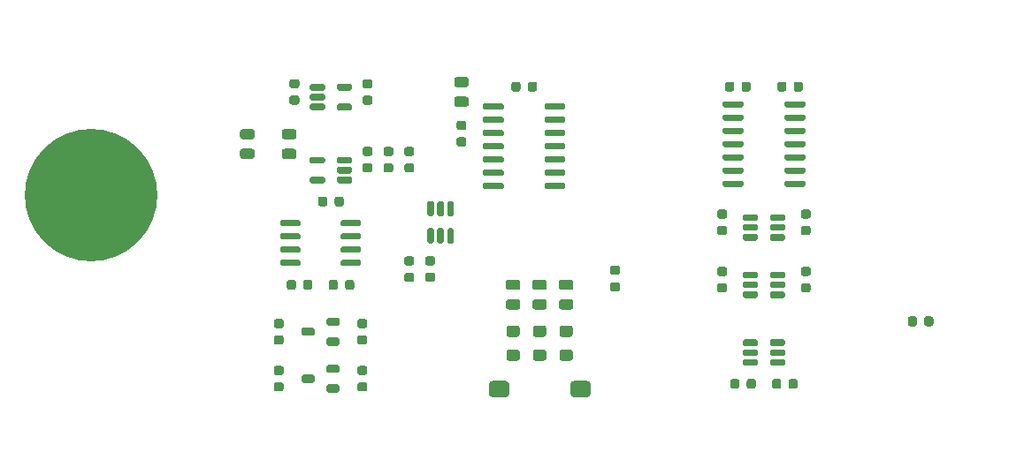
<source format=gbr>
%TF.GenerationSoftware,KiCad,Pcbnew,5.1.6*%
%TF.CreationDate,2020-06-12T20:58:39-07:00*%
%TF.ProjectId,pcb-lab-1,7063622d-6c61-4622-9d31-2e6b69636164,rev?*%
%TF.SameCoordinates,Original*%
%TF.FileFunction,Paste,Top*%
%TF.FilePolarity,Positive*%
%FSLAX46Y46*%
G04 Gerber Fmt 4.6, Leading zero omitted, Abs format (unit mm)*
G04 Created by KiCad (PCBNEW 5.1.6) date 2020-06-12 20:58:39*
%MOMM*%
%LPD*%
G01*
G04 APERTURE LIST*
%ADD10C,12.700000*%
G04 APERTURE END LIST*
D10*
%TO.C,BT1*%
X112500000Y-84914000D03*
%TD*%
%TO.C,C1*%
G36*
G01*
X127043750Y-78575000D02*
X127956250Y-78575000D01*
G75*
G02*
X128200000Y-78818750I0J-243750D01*
G01*
X128200000Y-79306250D01*
G75*
G02*
X127956250Y-79550000I-243750J0D01*
G01*
X127043750Y-79550000D01*
G75*
G02*
X126800000Y-79306250I0J243750D01*
G01*
X126800000Y-78818750D01*
G75*
G02*
X127043750Y-78575000I243750J0D01*
G01*
G37*
G36*
G01*
X127043750Y-80450000D02*
X127956250Y-80450000D01*
G75*
G02*
X128200000Y-80693750I0J-243750D01*
G01*
X128200000Y-81181250D01*
G75*
G02*
X127956250Y-81425000I-243750J0D01*
G01*
X127043750Y-81425000D01*
G75*
G02*
X126800000Y-81181250I0J243750D01*
G01*
X126800000Y-80693750D01*
G75*
G02*
X127043750Y-80450000I243750J0D01*
G01*
G37*
%TD*%
%TO.C,C2*%
G36*
G01*
X131743750Y-73775000D02*
X132256250Y-73775000D01*
G75*
G02*
X132475000Y-73993750I0J-218750D01*
G01*
X132475000Y-74431250D01*
G75*
G02*
X132256250Y-74650000I-218750J0D01*
G01*
X131743750Y-74650000D01*
G75*
G02*
X131525000Y-74431250I0J218750D01*
G01*
X131525000Y-73993750D01*
G75*
G02*
X131743750Y-73775000I218750J0D01*
G01*
G37*
G36*
G01*
X131743750Y-75350000D02*
X132256250Y-75350000D01*
G75*
G02*
X132475000Y-75568750I0J-218750D01*
G01*
X132475000Y-76006250D01*
G75*
G02*
X132256250Y-76225000I-218750J0D01*
G01*
X131743750Y-76225000D01*
G75*
G02*
X131525000Y-76006250I0J218750D01*
G01*
X131525000Y-75568750D01*
G75*
G02*
X131743750Y-75350000I218750J0D01*
G01*
G37*
%TD*%
%TO.C,C3*%
G36*
G01*
X138743750Y-75350000D02*
X139256250Y-75350000D01*
G75*
G02*
X139475000Y-75568750I0J-218750D01*
G01*
X139475000Y-76006250D01*
G75*
G02*
X139256250Y-76225000I-218750J0D01*
G01*
X138743750Y-76225000D01*
G75*
G02*
X138525000Y-76006250I0J218750D01*
G01*
X138525000Y-75568750D01*
G75*
G02*
X138743750Y-75350000I218750J0D01*
G01*
G37*
G36*
G01*
X138743750Y-73775000D02*
X139256250Y-73775000D01*
G75*
G02*
X139475000Y-73993750I0J-218750D01*
G01*
X139475000Y-74431250D01*
G75*
G02*
X139256250Y-74650000I-218750J0D01*
G01*
X138743750Y-74650000D01*
G75*
G02*
X138525000Y-74431250I0J218750D01*
G01*
X138525000Y-73993750D01*
G75*
G02*
X138743750Y-73775000I218750J0D01*
G01*
G37*
%TD*%
%TO.C,C4*%
G36*
G01*
X152775000Y-74756250D02*
X152775000Y-74243750D01*
G75*
G02*
X152993750Y-74025000I218750J0D01*
G01*
X153431250Y-74025000D01*
G75*
G02*
X153650000Y-74243750I0J-218750D01*
G01*
X153650000Y-74756250D01*
G75*
G02*
X153431250Y-74975000I-218750J0D01*
G01*
X152993750Y-74975000D01*
G75*
G02*
X152775000Y-74756250I0J218750D01*
G01*
G37*
G36*
G01*
X154350000Y-74756250D02*
X154350000Y-74243750D01*
G75*
G02*
X154568750Y-74025000I218750J0D01*
G01*
X155006250Y-74025000D01*
G75*
G02*
X155225000Y-74243750I0J-218750D01*
G01*
X155225000Y-74756250D01*
G75*
G02*
X155006250Y-74975000I-218750J0D01*
G01*
X154568750Y-74975000D01*
G75*
G02*
X154350000Y-74756250I0J218750D01*
G01*
G37*
%TD*%
%TO.C,C5*%
G36*
G01*
X131956250Y-79550000D02*
X131043750Y-79550000D01*
G75*
G02*
X130800000Y-79306250I0J243750D01*
G01*
X130800000Y-78818750D01*
G75*
G02*
X131043750Y-78575000I243750J0D01*
G01*
X131956250Y-78575000D01*
G75*
G02*
X132200000Y-78818750I0J-243750D01*
G01*
X132200000Y-79306250D01*
G75*
G02*
X131956250Y-79550000I-243750J0D01*
G01*
G37*
G36*
G01*
X131956250Y-81425000D02*
X131043750Y-81425000D01*
G75*
G02*
X130800000Y-81181250I0J243750D01*
G01*
X130800000Y-80693750D01*
G75*
G02*
X131043750Y-80450000I243750J0D01*
G01*
X131956250Y-80450000D01*
G75*
G02*
X132200000Y-80693750I0J-243750D01*
G01*
X132200000Y-81181250D01*
G75*
G02*
X131956250Y-81425000I-243750J0D01*
G01*
G37*
%TD*%
%TO.C,C6*%
G36*
G01*
X138743750Y-80275000D02*
X139256250Y-80275000D01*
G75*
G02*
X139475000Y-80493750I0J-218750D01*
G01*
X139475000Y-80931250D01*
G75*
G02*
X139256250Y-81150000I-218750J0D01*
G01*
X138743750Y-81150000D01*
G75*
G02*
X138525000Y-80931250I0J218750D01*
G01*
X138525000Y-80493750D01*
G75*
G02*
X138743750Y-80275000I218750J0D01*
G01*
G37*
G36*
G01*
X138743750Y-81850000D02*
X139256250Y-81850000D01*
G75*
G02*
X139475000Y-82068750I0J-218750D01*
G01*
X139475000Y-82506250D01*
G75*
G02*
X139256250Y-82725000I-218750J0D01*
G01*
X138743750Y-82725000D01*
G75*
G02*
X138525000Y-82506250I0J218750D01*
G01*
X138525000Y-82068750D01*
G75*
G02*
X138743750Y-81850000I218750J0D01*
G01*
G37*
%TD*%
%TO.C,C7*%
G36*
G01*
X147743750Y-79350000D02*
X148256250Y-79350000D01*
G75*
G02*
X148475000Y-79568750I0J-218750D01*
G01*
X148475000Y-80006250D01*
G75*
G02*
X148256250Y-80225000I-218750J0D01*
G01*
X147743750Y-80225000D01*
G75*
G02*
X147525000Y-80006250I0J218750D01*
G01*
X147525000Y-79568750D01*
G75*
G02*
X147743750Y-79350000I218750J0D01*
G01*
G37*
G36*
G01*
X147743750Y-77775000D02*
X148256250Y-77775000D01*
G75*
G02*
X148475000Y-77993750I0J-218750D01*
G01*
X148475000Y-78431250D01*
G75*
G02*
X148256250Y-78650000I-218750J0D01*
G01*
X147743750Y-78650000D01*
G75*
G02*
X147525000Y-78431250I0J218750D01*
G01*
X147525000Y-77993750D01*
G75*
G02*
X147743750Y-77775000I218750J0D01*
G01*
G37*
%TD*%
%TO.C,C10*%
G36*
G01*
X173235000Y-74756250D02*
X173235000Y-74243750D01*
G75*
G02*
X173453750Y-74025000I218750J0D01*
G01*
X173891250Y-74025000D01*
G75*
G02*
X174110000Y-74243750I0J-218750D01*
G01*
X174110000Y-74756250D01*
G75*
G02*
X173891250Y-74975000I-218750J0D01*
G01*
X173453750Y-74975000D01*
G75*
G02*
X173235000Y-74756250I0J218750D01*
G01*
G37*
G36*
G01*
X174810000Y-74756250D02*
X174810000Y-74243750D01*
G75*
G02*
X175028750Y-74025000I218750J0D01*
G01*
X175466250Y-74025000D01*
G75*
G02*
X175685000Y-74243750I0J-218750D01*
G01*
X175685000Y-74756250D01*
G75*
G02*
X175466250Y-74975000I-218750J0D01*
G01*
X175028750Y-74975000D01*
G75*
G02*
X174810000Y-74756250I0J218750D01*
G01*
G37*
%TD*%
%TO.C,C11*%
G36*
G01*
X179110000Y-74243750D02*
X179110000Y-74756250D01*
G75*
G02*
X178891250Y-74975000I-218750J0D01*
G01*
X178453750Y-74975000D01*
G75*
G02*
X178235000Y-74756250I0J218750D01*
G01*
X178235000Y-74243750D01*
G75*
G02*
X178453750Y-74025000I218750J0D01*
G01*
X178891250Y-74025000D01*
G75*
G02*
X179110000Y-74243750I0J-218750D01*
G01*
G37*
G36*
G01*
X180685000Y-74243750D02*
X180685000Y-74756250D01*
G75*
G02*
X180466250Y-74975000I-218750J0D01*
G01*
X180028750Y-74975000D01*
G75*
G02*
X179810000Y-74756250I0J218750D01*
G01*
X179810000Y-74243750D01*
G75*
G02*
X180028750Y-74025000I218750J0D01*
G01*
X180466250Y-74025000D01*
G75*
G02*
X180685000Y-74243750I0J-218750D01*
G01*
G37*
%TD*%
%TO.C,C12*%
G36*
G01*
X172703750Y-87850000D02*
X173216250Y-87850000D01*
G75*
G02*
X173435000Y-88068750I0J-218750D01*
G01*
X173435000Y-88506250D01*
G75*
G02*
X173216250Y-88725000I-218750J0D01*
G01*
X172703750Y-88725000D01*
G75*
G02*
X172485000Y-88506250I0J218750D01*
G01*
X172485000Y-88068750D01*
G75*
G02*
X172703750Y-87850000I218750J0D01*
G01*
G37*
G36*
G01*
X172703750Y-86275000D02*
X173216250Y-86275000D01*
G75*
G02*
X173435000Y-86493750I0J-218750D01*
G01*
X173435000Y-86931250D01*
G75*
G02*
X173216250Y-87150000I-218750J0D01*
G01*
X172703750Y-87150000D01*
G75*
G02*
X172485000Y-86931250I0J218750D01*
G01*
X172485000Y-86493750D01*
G75*
G02*
X172703750Y-86275000I218750J0D01*
G01*
G37*
%TD*%
%TO.C,C13*%
G36*
G01*
X172703750Y-93350000D02*
X173216250Y-93350000D01*
G75*
G02*
X173435000Y-93568750I0J-218750D01*
G01*
X173435000Y-94006250D01*
G75*
G02*
X173216250Y-94225000I-218750J0D01*
G01*
X172703750Y-94225000D01*
G75*
G02*
X172485000Y-94006250I0J218750D01*
G01*
X172485000Y-93568750D01*
G75*
G02*
X172703750Y-93350000I218750J0D01*
G01*
G37*
G36*
G01*
X172703750Y-91775000D02*
X173216250Y-91775000D01*
G75*
G02*
X173435000Y-91993750I0J-218750D01*
G01*
X173435000Y-92431250D01*
G75*
G02*
X173216250Y-92650000I-218750J0D01*
G01*
X172703750Y-92650000D01*
G75*
G02*
X172485000Y-92431250I0J218750D01*
G01*
X172485000Y-91993750D01*
G75*
G02*
X172703750Y-91775000I218750J0D01*
G01*
G37*
%TD*%
%TO.C,C14*%
G36*
G01*
X180703750Y-86275000D02*
X181216250Y-86275000D01*
G75*
G02*
X181435000Y-86493750I0J-218750D01*
G01*
X181435000Y-86931250D01*
G75*
G02*
X181216250Y-87150000I-218750J0D01*
G01*
X180703750Y-87150000D01*
G75*
G02*
X180485000Y-86931250I0J218750D01*
G01*
X180485000Y-86493750D01*
G75*
G02*
X180703750Y-86275000I218750J0D01*
G01*
G37*
G36*
G01*
X180703750Y-87850000D02*
X181216250Y-87850000D01*
G75*
G02*
X181435000Y-88068750I0J-218750D01*
G01*
X181435000Y-88506250D01*
G75*
G02*
X181216250Y-88725000I-218750J0D01*
G01*
X180703750Y-88725000D01*
G75*
G02*
X180485000Y-88506250I0J218750D01*
G01*
X180485000Y-88068750D01*
G75*
G02*
X180703750Y-87850000I218750J0D01*
G01*
G37*
%TD*%
%TO.C,C15*%
G36*
G01*
X180703750Y-91775000D02*
X181216250Y-91775000D01*
G75*
G02*
X181435000Y-91993750I0J-218750D01*
G01*
X181435000Y-92431250D01*
G75*
G02*
X181216250Y-92650000I-218750J0D01*
G01*
X180703750Y-92650000D01*
G75*
G02*
X180485000Y-92431250I0J218750D01*
G01*
X180485000Y-91993750D01*
G75*
G02*
X180703750Y-91775000I218750J0D01*
G01*
G37*
G36*
G01*
X180703750Y-93350000D02*
X181216250Y-93350000D01*
G75*
G02*
X181435000Y-93568750I0J-218750D01*
G01*
X181435000Y-94006250D01*
G75*
G02*
X181216250Y-94225000I-218750J0D01*
G01*
X180703750Y-94225000D01*
G75*
G02*
X180485000Y-94006250I0J218750D01*
G01*
X180485000Y-93568750D01*
G75*
G02*
X180703750Y-93350000I218750J0D01*
G01*
G37*
%TD*%
%TO.C,C20*%
G36*
G01*
X176185000Y-102743750D02*
X176185000Y-103256250D01*
G75*
G02*
X175966250Y-103475000I-218750J0D01*
G01*
X175528750Y-103475000D01*
G75*
G02*
X175310000Y-103256250I0J218750D01*
G01*
X175310000Y-102743750D01*
G75*
G02*
X175528750Y-102525000I218750J0D01*
G01*
X175966250Y-102525000D01*
G75*
G02*
X176185000Y-102743750I0J-218750D01*
G01*
G37*
G36*
G01*
X174610000Y-102743750D02*
X174610000Y-103256250D01*
G75*
G02*
X174391250Y-103475000I-218750J0D01*
G01*
X173953750Y-103475000D01*
G75*
G02*
X173735000Y-103256250I0J218750D01*
G01*
X173735000Y-102743750D01*
G75*
G02*
X173953750Y-102525000I218750J0D01*
G01*
X174391250Y-102525000D01*
G75*
G02*
X174610000Y-102743750I0J-218750D01*
G01*
G37*
%TD*%
%TO.C,C21*%
G36*
G01*
X179310000Y-103256250D02*
X179310000Y-102743750D01*
G75*
G02*
X179528750Y-102525000I218750J0D01*
G01*
X179966250Y-102525000D01*
G75*
G02*
X180185000Y-102743750I0J-218750D01*
G01*
X180185000Y-103256250D01*
G75*
G02*
X179966250Y-103475000I-218750J0D01*
G01*
X179528750Y-103475000D01*
G75*
G02*
X179310000Y-103256250I0J218750D01*
G01*
G37*
G36*
G01*
X177735000Y-103256250D02*
X177735000Y-102743750D01*
G75*
G02*
X177953750Y-102525000I218750J0D01*
G01*
X178391250Y-102525000D01*
G75*
G02*
X178610000Y-102743750I0J-218750D01*
G01*
X178610000Y-103256250D01*
G75*
G02*
X178391250Y-103475000I-218750J0D01*
G01*
X177953750Y-103475000D01*
G75*
G02*
X177735000Y-103256250I0J218750D01*
G01*
G37*
%TD*%
%TO.C,C30*%
G36*
G01*
X136150000Y-93243750D02*
X136150000Y-93756250D01*
G75*
G02*
X135931250Y-93975000I-218750J0D01*
G01*
X135493750Y-93975000D01*
G75*
G02*
X135275000Y-93756250I0J218750D01*
G01*
X135275000Y-93243750D01*
G75*
G02*
X135493750Y-93025000I218750J0D01*
G01*
X135931250Y-93025000D01*
G75*
G02*
X136150000Y-93243750I0J-218750D01*
G01*
G37*
G36*
G01*
X137725000Y-93243750D02*
X137725000Y-93756250D01*
G75*
G02*
X137506250Y-93975000I-218750J0D01*
G01*
X137068750Y-93975000D01*
G75*
G02*
X136850000Y-93756250I0J218750D01*
G01*
X136850000Y-93243750D01*
G75*
G02*
X137068750Y-93025000I218750J0D01*
G01*
X137506250Y-93025000D01*
G75*
G02*
X137725000Y-93243750I0J-218750D01*
G01*
G37*
%TD*%
%TO.C,C31*%
G36*
G01*
X131275000Y-93756250D02*
X131275000Y-93243750D01*
G75*
G02*
X131493750Y-93025000I218750J0D01*
G01*
X131931250Y-93025000D01*
G75*
G02*
X132150000Y-93243750I0J-218750D01*
G01*
X132150000Y-93756250D01*
G75*
G02*
X131931250Y-93975000I-218750J0D01*
G01*
X131493750Y-93975000D01*
G75*
G02*
X131275000Y-93756250I0J218750D01*
G01*
G37*
G36*
G01*
X132850000Y-93756250D02*
X132850000Y-93243750D01*
G75*
G02*
X133068750Y-93025000I218750J0D01*
G01*
X133506250Y-93025000D01*
G75*
G02*
X133725000Y-93243750I0J-218750D01*
G01*
X133725000Y-93756250D01*
G75*
G02*
X133506250Y-93975000I-218750J0D01*
G01*
X133068750Y-93975000D01*
G75*
G02*
X132850000Y-93756250I0J218750D01*
G01*
G37*
%TD*%
%TO.C,D1*%
G36*
G01*
X158476250Y-95865000D02*
X157563750Y-95865000D01*
G75*
G02*
X157320000Y-95621250I0J243750D01*
G01*
X157320000Y-95133750D01*
G75*
G02*
X157563750Y-94890000I243750J0D01*
G01*
X158476250Y-94890000D01*
G75*
G02*
X158720000Y-95133750I0J-243750D01*
G01*
X158720000Y-95621250D01*
G75*
G02*
X158476250Y-95865000I-243750J0D01*
G01*
G37*
G36*
G01*
X158476250Y-93990000D02*
X157563750Y-93990000D01*
G75*
G02*
X157320000Y-93746250I0J243750D01*
G01*
X157320000Y-93258750D01*
G75*
G02*
X157563750Y-93015000I243750J0D01*
G01*
X158476250Y-93015000D01*
G75*
G02*
X158720000Y-93258750I0J-243750D01*
G01*
X158720000Y-93746250D01*
G75*
G02*
X158476250Y-93990000I-243750J0D01*
G01*
G37*
%TD*%
%TO.C,D2*%
G36*
G01*
X155936250Y-95865000D02*
X155023750Y-95865000D01*
G75*
G02*
X154780000Y-95621250I0J243750D01*
G01*
X154780000Y-95133750D01*
G75*
G02*
X155023750Y-94890000I243750J0D01*
G01*
X155936250Y-94890000D01*
G75*
G02*
X156180000Y-95133750I0J-243750D01*
G01*
X156180000Y-95621250D01*
G75*
G02*
X155936250Y-95865000I-243750J0D01*
G01*
G37*
G36*
G01*
X155936250Y-93990000D02*
X155023750Y-93990000D01*
G75*
G02*
X154780000Y-93746250I0J243750D01*
G01*
X154780000Y-93258750D01*
G75*
G02*
X155023750Y-93015000I243750J0D01*
G01*
X155936250Y-93015000D01*
G75*
G02*
X156180000Y-93258750I0J-243750D01*
G01*
X156180000Y-93746250D01*
G75*
G02*
X155936250Y-93990000I-243750J0D01*
G01*
G37*
%TD*%
%TO.C,D3*%
G36*
G01*
X153396250Y-93990000D02*
X152483750Y-93990000D01*
G75*
G02*
X152240000Y-93746250I0J243750D01*
G01*
X152240000Y-93258750D01*
G75*
G02*
X152483750Y-93015000I243750J0D01*
G01*
X153396250Y-93015000D01*
G75*
G02*
X153640000Y-93258750I0J-243750D01*
G01*
X153640000Y-93746250D01*
G75*
G02*
X153396250Y-93990000I-243750J0D01*
G01*
G37*
G36*
G01*
X153396250Y-95865000D02*
X152483750Y-95865000D01*
G75*
G02*
X152240000Y-95621250I0J243750D01*
G01*
X152240000Y-95133750D01*
G75*
G02*
X152483750Y-94890000I243750J0D01*
G01*
X153396250Y-94890000D01*
G75*
G02*
X153640000Y-95133750I0J-243750D01*
G01*
X153640000Y-95621250D01*
G75*
G02*
X153396250Y-95865000I-243750J0D01*
G01*
G37*
%TD*%
%TO.C,Q30*%
G36*
G01*
X133950000Y-97800000D02*
X133950000Y-98200000D01*
G75*
G02*
X133750000Y-98400000I-200000J0D01*
G01*
X132850000Y-98400000D01*
G75*
G02*
X132650000Y-98200000I0J200000D01*
G01*
X132650000Y-97800000D01*
G75*
G02*
X132850000Y-97600000I200000J0D01*
G01*
X133750000Y-97600000D01*
G75*
G02*
X133950000Y-97800000I0J-200000D01*
G01*
G37*
G36*
G01*
X136350000Y-96850000D02*
X136350000Y-97250000D01*
G75*
G02*
X136150000Y-97450000I-200000J0D01*
G01*
X135250000Y-97450000D01*
G75*
G02*
X135050000Y-97250000I0J200000D01*
G01*
X135050000Y-96850000D01*
G75*
G02*
X135250000Y-96650000I200000J0D01*
G01*
X136150000Y-96650000D01*
G75*
G02*
X136350000Y-96850000I0J-200000D01*
G01*
G37*
G36*
G01*
X136350000Y-98750000D02*
X136350000Y-99150000D01*
G75*
G02*
X136150000Y-99350000I-200000J0D01*
G01*
X135250000Y-99350000D01*
G75*
G02*
X135050000Y-99150000I0J200000D01*
G01*
X135050000Y-98750000D01*
G75*
G02*
X135250000Y-98550000I200000J0D01*
G01*
X136150000Y-98550000D01*
G75*
G02*
X136350000Y-98750000I0J-200000D01*
G01*
G37*
%TD*%
%TO.C,Q31*%
G36*
G01*
X136350000Y-103250000D02*
X136350000Y-103650000D01*
G75*
G02*
X136150000Y-103850000I-200000J0D01*
G01*
X135250000Y-103850000D01*
G75*
G02*
X135050000Y-103650000I0J200000D01*
G01*
X135050000Y-103250000D01*
G75*
G02*
X135250000Y-103050000I200000J0D01*
G01*
X136150000Y-103050000D01*
G75*
G02*
X136350000Y-103250000I0J-200000D01*
G01*
G37*
G36*
G01*
X136350000Y-101350000D02*
X136350000Y-101750000D01*
G75*
G02*
X136150000Y-101950000I-200000J0D01*
G01*
X135250000Y-101950000D01*
G75*
G02*
X135050000Y-101750000I0J200000D01*
G01*
X135050000Y-101350000D01*
G75*
G02*
X135250000Y-101150000I200000J0D01*
G01*
X136150000Y-101150000D01*
G75*
G02*
X136350000Y-101350000I0J-200000D01*
G01*
G37*
G36*
G01*
X133950000Y-102300000D02*
X133950000Y-102700000D01*
G75*
G02*
X133750000Y-102900000I-200000J0D01*
G01*
X132850000Y-102900000D01*
G75*
G02*
X132650000Y-102700000I0J200000D01*
G01*
X132650000Y-102300000D01*
G75*
G02*
X132850000Y-102100000I200000J0D01*
G01*
X133750000Y-102100000D01*
G75*
G02*
X133950000Y-102300000I0J-200000D01*
G01*
G37*
%TD*%
%TO.C,R1*%
G36*
G01*
X158395000Y-98500000D02*
X157645000Y-98500000D01*
G75*
G02*
X157370000Y-98225000I0J275000D01*
G01*
X157370000Y-97675000D01*
G75*
G02*
X157645000Y-97400000I275000J0D01*
G01*
X158395000Y-97400000D01*
G75*
G02*
X158670000Y-97675000I0J-275000D01*
G01*
X158670000Y-98225000D01*
G75*
G02*
X158395000Y-98500000I-275000J0D01*
G01*
G37*
G36*
G01*
X158395000Y-100800000D02*
X157645000Y-100800000D01*
G75*
G02*
X157370000Y-100525000I0J275000D01*
G01*
X157370000Y-99975000D01*
G75*
G02*
X157645000Y-99700000I275000J0D01*
G01*
X158395000Y-99700000D01*
G75*
G02*
X158670000Y-99975000I0J-275000D01*
G01*
X158670000Y-100525000D01*
G75*
G02*
X158395000Y-100800000I-275000J0D01*
G01*
G37*
%TD*%
%TO.C,R2*%
G36*
G01*
X155855000Y-98500000D02*
X155105000Y-98500000D01*
G75*
G02*
X154830000Y-98225000I0J275000D01*
G01*
X154830000Y-97675000D01*
G75*
G02*
X155105000Y-97400000I275000J0D01*
G01*
X155855000Y-97400000D01*
G75*
G02*
X156130000Y-97675000I0J-275000D01*
G01*
X156130000Y-98225000D01*
G75*
G02*
X155855000Y-98500000I-275000J0D01*
G01*
G37*
G36*
G01*
X155855000Y-100800000D02*
X155105000Y-100800000D01*
G75*
G02*
X154830000Y-100525000I0J275000D01*
G01*
X154830000Y-99975000D01*
G75*
G02*
X155105000Y-99700000I275000J0D01*
G01*
X155855000Y-99700000D01*
G75*
G02*
X156130000Y-99975000I0J-275000D01*
G01*
X156130000Y-100525000D01*
G75*
G02*
X155855000Y-100800000I-275000J0D01*
G01*
G37*
%TD*%
%TO.C,R3*%
G36*
G01*
X153315000Y-100800000D02*
X152565000Y-100800000D01*
G75*
G02*
X152290000Y-100525000I0J275000D01*
G01*
X152290000Y-99975000D01*
G75*
G02*
X152565000Y-99700000I275000J0D01*
G01*
X153315000Y-99700000D01*
G75*
G02*
X153590000Y-99975000I0J-275000D01*
G01*
X153590000Y-100525000D01*
G75*
G02*
X153315000Y-100800000I-275000J0D01*
G01*
G37*
G36*
G01*
X153315000Y-98500000D02*
X152565000Y-98500000D01*
G75*
G02*
X152290000Y-98225000I0J275000D01*
G01*
X152290000Y-97675000D01*
G75*
G02*
X152565000Y-97400000I275000J0D01*
G01*
X153315000Y-97400000D01*
G75*
G02*
X153590000Y-97675000I0J-275000D01*
G01*
X153590000Y-98225000D01*
G75*
G02*
X153315000Y-98500000I-275000J0D01*
G01*
G37*
%TD*%
%TO.C,R4*%
G36*
G01*
X162443750Y-91675000D02*
X162956250Y-91675000D01*
G75*
G02*
X163175000Y-91893750I0J-218750D01*
G01*
X163175000Y-92331250D01*
G75*
G02*
X162956250Y-92550000I-218750J0D01*
G01*
X162443750Y-92550000D01*
G75*
G02*
X162225000Y-92331250I0J218750D01*
G01*
X162225000Y-91893750D01*
G75*
G02*
X162443750Y-91675000I218750J0D01*
G01*
G37*
G36*
G01*
X162443750Y-93250000D02*
X162956250Y-93250000D01*
G75*
G02*
X163175000Y-93468750I0J-218750D01*
G01*
X163175000Y-93906250D01*
G75*
G02*
X162956250Y-94125000I-218750J0D01*
G01*
X162443750Y-94125000D01*
G75*
G02*
X162225000Y-93906250I0J218750D01*
G01*
X162225000Y-93468750D01*
G75*
G02*
X162443750Y-93250000I218750J0D01*
G01*
G37*
%TD*%
%TO.C,R5*%
G36*
G01*
X136725000Y-85243750D02*
X136725000Y-85756250D01*
G75*
G02*
X136506250Y-85975000I-218750J0D01*
G01*
X136068750Y-85975000D01*
G75*
G02*
X135850000Y-85756250I0J218750D01*
G01*
X135850000Y-85243750D01*
G75*
G02*
X136068750Y-85025000I218750J0D01*
G01*
X136506250Y-85025000D01*
G75*
G02*
X136725000Y-85243750I0J-218750D01*
G01*
G37*
G36*
G01*
X135150000Y-85243750D02*
X135150000Y-85756250D01*
G75*
G02*
X134931250Y-85975000I-218750J0D01*
G01*
X134493750Y-85975000D01*
G75*
G02*
X134275000Y-85756250I0J218750D01*
G01*
X134275000Y-85243750D01*
G75*
G02*
X134493750Y-85025000I218750J0D01*
G01*
X134931250Y-85025000D01*
G75*
G02*
X135150000Y-85243750I0J-218750D01*
G01*
G37*
%TD*%
%TO.C,R6*%
G36*
G01*
X140743750Y-81850000D02*
X141256250Y-81850000D01*
G75*
G02*
X141475000Y-82068750I0J-218750D01*
G01*
X141475000Y-82506250D01*
G75*
G02*
X141256250Y-82725000I-218750J0D01*
G01*
X140743750Y-82725000D01*
G75*
G02*
X140525000Y-82506250I0J218750D01*
G01*
X140525000Y-82068750D01*
G75*
G02*
X140743750Y-81850000I218750J0D01*
G01*
G37*
G36*
G01*
X140743750Y-80275000D02*
X141256250Y-80275000D01*
G75*
G02*
X141475000Y-80493750I0J-218750D01*
G01*
X141475000Y-80931250D01*
G75*
G02*
X141256250Y-81150000I-218750J0D01*
G01*
X140743750Y-81150000D01*
G75*
G02*
X140525000Y-80931250I0J218750D01*
G01*
X140525000Y-80493750D01*
G75*
G02*
X140743750Y-80275000I218750J0D01*
G01*
G37*
%TD*%
%TO.C,R7*%
G36*
G01*
X143256250Y-82725000D02*
X142743750Y-82725000D01*
G75*
G02*
X142525000Y-82506250I0J218750D01*
G01*
X142525000Y-82068750D01*
G75*
G02*
X142743750Y-81850000I218750J0D01*
G01*
X143256250Y-81850000D01*
G75*
G02*
X143475000Y-82068750I0J-218750D01*
G01*
X143475000Y-82506250D01*
G75*
G02*
X143256250Y-82725000I-218750J0D01*
G01*
G37*
G36*
G01*
X143256250Y-81150000D02*
X142743750Y-81150000D01*
G75*
G02*
X142525000Y-80931250I0J218750D01*
G01*
X142525000Y-80493750D01*
G75*
G02*
X142743750Y-80275000I218750J0D01*
G01*
X143256250Y-80275000D01*
G75*
G02*
X143475000Y-80493750I0J-218750D01*
G01*
X143475000Y-80931250D01*
G75*
G02*
X143256250Y-81150000I-218750J0D01*
G01*
G37*
%TD*%
%TO.C,R20*%
G36*
G01*
X192310000Y-97256250D02*
X192310000Y-96743750D01*
G75*
G02*
X192528750Y-96525000I218750J0D01*
G01*
X192966250Y-96525000D01*
G75*
G02*
X193185000Y-96743750I0J-218750D01*
G01*
X193185000Y-97256250D01*
G75*
G02*
X192966250Y-97475000I-218750J0D01*
G01*
X192528750Y-97475000D01*
G75*
G02*
X192310000Y-97256250I0J218750D01*
G01*
G37*
G36*
G01*
X190735000Y-97256250D02*
X190735000Y-96743750D01*
G75*
G02*
X190953750Y-96525000I218750J0D01*
G01*
X191391250Y-96525000D01*
G75*
G02*
X191610000Y-96743750I0J-218750D01*
G01*
X191610000Y-97256250D01*
G75*
G02*
X191391250Y-97475000I-218750J0D01*
G01*
X190953750Y-97475000D01*
G75*
G02*
X190735000Y-97256250I0J218750D01*
G01*
G37*
%TD*%
%TO.C,R30*%
G36*
G01*
X138756250Y-97650000D02*
X138243750Y-97650000D01*
G75*
G02*
X138025000Y-97431250I0J218750D01*
G01*
X138025000Y-96993750D01*
G75*
G02*
X138243750Y-96775000I218750J0D01*
G01*
X138756250Y-96775000D01*
G75*
G02*
X138975000Y-96993750I0J-218750D01*
G01*
X138975000Y-97431250D01*
G75*
G02*
X138756250Y-97650000I-218750J0D01*
G01*
G37*
G36*
G01*
X138756250Y-99225000D02*
X138243750Y-99225000D01*
G75*
G02*
X138025000Y-99006250I0J218750D01*
G01*
X138025000Y-98568750D01*
G75*
G02*
X138243750Y-98350000I218750J0D01*
G01*
X138756250Y-98350000D01*
G75*
G02*
X138975000Y-98568750I0J-218750D01*
G01*
X138975000Y-99006250D01*
G75*
G02*
X138756250Y-99225000I-218750J0D01*
G01*
G37*
%TD*%
%TO.C,R31*%
G36*
G01*
X130756250Y-99225000D02*
X130243750Y-99225000D01*
G75*
G02*
X130025000Y-99006250I0J218750D01*
G01*
X130025000Y-98568750D01*
G75*
G02*
X130243750Y-98350000I218750J0D01*
G01*
X130756250Y-98350000D01*
G75*
G02*
X130975000Y-98568750I0J-218750D01*
G01*
X130975000Y-99006250D01*
G75*
G02*
X130756250Y-99225000I-218750J0D01*
G01*
G37*
G36*
G01*
X130756250Y-97650000D02*
X130243750Y-97650000D01*
G75*
G02*
X130025000Y-97431250I0J218750D01*
G01*
X130025000Y-96993750D01*
G75*
G02*
X130243750Y-96775000I218750J0D01*
G01*
X130756250Y-96775000D01*
G75*
G02*
X130975000Y-96993750I0J-218750D01*
G01*
X130975000Y-97431250D01*
G75*
G02*
X130756250Y-97650000I-218750J0D01*
G01*
G37*
%TD*%
%TO.C,R32*%
G36*
G01*
X138756250Y-102150000D02*
X138243750Y-102150000D01*
G75*
G02*
X138025000Y-101931250I0J218750D01*
G01*
X138025000Y-101493750D01*
G75*
G02*
X138243750Y-101275000I218750J0D01*
G01*
X138756250Y-101275000D01*
G75*
G02*
X138975000Y-101493750I0J-218750D01*
G01*
X138975000Y-101931250D01*
G75*
G02*
X138756250Y-102150000I-218750J0D01*
G01*
G37*
G36*
G01*
X138756250Y-103725000D02*
X138243750Y-103725000D01*
G75*
G02*
X138025000Y-103506250I0J218750D01*
G01*
X138025000Y-103068750D01*
G75*
G02*
X138243750Y-102850000I218750J0D01*
G01*
X138756250Y-102850000D01*
G75*
G02*
X138975000Y-103068750I0J-218750D01*
G01*
X138975000Y-103506250D01*
G75*
G02*
X138756250Y-103725000I-218750J0D01*
G01*
G37*
%TD*%
%TO.C,R33*%
G36*
G01*
X130756250Y-103725000D02*
X130243750Y-103725000D01*
G75*
G02*
X130025000Y-103506250I0J218750D01*
G01*
X130025000Y-103068750D01*
G75*
G02*
X130243750Y-102850000I218750J0D01*
G01*
X130756250Y-102850000D01*
G75*
G02*
X130975000Y-103068750I0J-218750D01*
G01*
X130975000Y-103506250D01*
G75*
G02*
X130756250Y-103725000I-218750J0D01*
G01*
G37*
G36*
G01*
X130756250Y-102150000D02*
X130243750Y-102150000D01*
G75*
G02*
X130025000Y-101931250I0J218750D01*
G01*
X130025000Y-101493750D01*
G75*
G02*
X130243750Y-101275000I218750J0D01*
G01*
X130756250Y-101275000D01*
G75*
G02*
X130975000Y-101493750I0J-218750D01*
G01*
X130975000Y-101931250D01*
G75*
G02*
X130756250Y-102150000I-218750J0D01*
G01*
G37*
%TD*%
%TO.C,SW1*%
G36*
G01*
X158400000Y-103900000D02*
X158400000Y-103100000D01*
G75*
G02*
X158800000Y-102700000I400000J0D01*
G01*
X160000000Y-102700000D01*
G75*
G02*
X160400000Y-103100000I0J-400000D01*
G01*
X160400000Y-103900000D01*
G75*
G02*
X160000000Y-104300000I-400000J0D01*
G01*
X158800000Y-104300000D01*
G75*
G02*
X158400000Y-103900000I0J400000D01*
G01*
G37*
G36*
G01*
X150600000Y-103900000D02*
X150600000Y-103100000D01*
G75*
G02*
X151000000Y-102700000I400000J0D01*
G01*
X152200000Y-102700000D01*
G75*
G02*
X152600000Y-103100000I0J-400000D01*
G01*
X152600000Y-103900000D01*
G75*
G02*
X152200000Y-104300000I-400000J0D01*
G01*
X151000000Y-104300000D01*
G75*
G02*
X150600000Y-103900000I0J400000D01*
G01*
G37*
%TD*%
%TO.C,U1*%
G36*
G01*
X136070000Y-74712500D02*
X136070000Y-74387500D01*
G75*
G02*
X136232500Y-74225000I162500J0D01*
G01*
X137367500Y-74225000D01*
G75*
G02*
X137530000Y-74387500I0J-162500D01*
G01*
X137530000Y-74712500D01*
G75*
G02*
X137367500Y-74875000I-162500J0D01*
G01*
X136232500Y-74875000D01*
G75*
G02*
X136070000Y-74712500I0J162500D01*
G01*
G37*
G36*
G01*
X136070000Y-76612500D02*
X136070000Y-76287500D01*
G75*
G02*
X136232500Y-76125000I162500J0D01*
G01*
X137367500Y-76125000D01*
G75*
G02*
X137530000Y-76287500I0J-162500D01*
G01*
X137530000Y-76612500D01*
G75*
G02*
X137367500Y-76775000I-162500J0D01*
G01*
X136232500Y-76775000D01*
G75*
G02*
X136070000Y-76612500I0J162500D01*
G01*
G37*
G36*
G01*
X133470000Y-76612500D02*
X133470000Y-76287500D01*
G75*
G02*
X133632500Y-76125000I162500J0D01*
G01*
X134767500Y-76125000D01*
G75*
G02*
X134930000Y-76287500I0J-162500D01*
G01*
X134930000Y-76612500D01*
G75*
G02*
X134767500Y-76775000I-162500J0D01*
G01*
X133632500Y-76775000D01*
G75*
G02*
X133470000Y-76612500I0J162500D01*
G01*
G37*
G36*
G01*
X133470000Y-75662500D02*
X133470000Y-75337500D01*
G75*
G02*
X133632500Y-75175000I162500J0D01*
G01*
X134767500Y-75175000D01*
G75*
G02*
X134930000Y-75337500I0J-162500D01*
G01*
X134930000Y-75662500D01*
G75*
G02*
X134767500Y-75825000I-162500J0D01*
G01*
X133632500Y-75825000D01*
G75*
G02*
X133470000Y-75662500I0J162500D01*
G01*
G37*
G36*
G01*
X133470000Y-74712500D02*
X133470000Y-74387500D01*
G75*
G02*
X133632500Y-74225000I162500J0D01*
G01*
X134767500Y-74225000D01*
G75*
G02*
X134930000Y-74387500I0J-162500D01*
G01*
X134930000Y-74712500D01*
G75*
G02*
X134767500Y-74875000I-162500J0D01*
G01*
X133632500Y-74875000D01*
G75*
G02*
X133470000Y-74712500I0J162500D01*
G01*
G37*
%TD*%
%TO.C,U2*%
G36*
G01*
X155950000Y-76540000D02*
X155950000Y-76240000D01*
G75*
G02*
X156100000Y-76090000I150000J0D01*
G01*
X157800000Y-76090000D01*
G75*
G02*
X157950000Y-76240000I0J-150000D01*
G01*
X157950000Y-76540000D01*
G75*
G02*
X157800000Y-76690000I-150000J0D01*
G01*
X156100000Y-76690000D01*
G75*
G02*
X155950000Y-76540000I0J150000D01*
G01*
G37*
G36*
G01*
X155950000Y-77810000D02*
X155950000Y-77510000D01*
G75*
G02*
X156100000Y-77360000I150000J0D01*
G01*
X157800000Y-77360000D01*
G75*
G02*
X157950000Y-77510000I0J-150000D01*
G01*
X157950000Y-77810000D01*
G75*
G02*
X157800000Y-77960000I-150000J0D01*
G01*
X156100000Y-77960000D01*
G75*
G02*
X155950000Y-77810000I0J150000D01*
G01*
G37*
G36*
G01*
X155950000Y-79080000D02*
X155950000Y-78780000D01*
G75*
G02*
X156100000Y-78630000I150000J0D01*
G01*
X157800000Y-78630000D01*
G75*
G02*
X157950000Y-78780000I0J-150000D01*
G01*
X157950000Y-79080000D01*
G75*
G02*
X157800000Y-79230000I-150000J0D01*
G01*
X156100000Y-79230000D01*
G75*
G02*
X155950000Y-79080000I0J150000D01*
G01*
G37*
G36*
G01*
X155950000Y-80350000D02*
X155950000Y-80050000D01*
G75*
G02*
X156100000Y-79900000I150000J0D01*
G01*
X157800000Y-79900000D01*
G75*
G02*
X157950000Y-80050000I0J-150000D01*
G01*
X157950000Y-80350000D01*
G75*
G02*
X157800000Y-80500000I-150000J0D01*
G01*
X156100000Y-80500000D01*
G75*
G02*
X155950000Y-80350000I0J150000D01*
G01*
G37*
G36*
G01*
X155950000Y-81620000D02*
X155950000Y-81320000D01*
G75*
G02*
X156100000Y-81170000I150000J0D01*
G01*
X157800000Y-81170000D01*
G75*
G02*
X157950000Y-81320000I0J-150000D01*
G01*
X157950000Y-81620000D01*
G75*
G02*
X157800000Y-81770000I-150000J0D01*
G01*
X156100000Y-81770000D01*
G75*
G02*
X155950000Y-81620000I0J150000D01*
G01*
G37*
G36*
G01*
X155950000Y-82890000D02*
X155950000Y-82590000D01*
G75*
G02*
X156100000Y-82440000I150000J0D01*
G01*
X157800000Y-82440000D01*
G75*
G02*
X157950000Y-82590000I0J-150000D01*
G01*
X157950000Y-82890000D01*
G75*
G02*
X157800000Y-83040000I-150000J0D01*
G01*
X156100000Y-83040000D01*
G75*
G02*
X155950000Y-82890000I0J150000D01*
G01*
G37*
G36*
G01*
X155950000Y-84160000D02*
X155950000Y-83860000D01*
G75*
G02*
X156100000Y-83710000I150000J0D01*
G01*
X157800000Y-83710000D01*
G75*
G02*
X157950000Y-83860000I0J-150000D01*
G01*
X157950000Y-84160000D01*
G75*
G02*
X157800000Y-84310000I-150000J0D01*
G01*
X156100000Y-84310000D01*
G75*
G02*
X155950000Y-84160000I0J150000D01*
G01*
G37*
G36*
G01*
X150050000Y-84160000D02*
X150050000Y-83860000D01*
G75*
G02*
X150200000Y-83710000I150000J0D01*
G01*
X151900000Y-83710000D01*
G75*
G02*
X152050000Y-83860000I0J-150000D01*
G01*
X152050000Y-84160000D01*
G75*
G02*
X151900000Y-84310000I-150000J0D01*
G01*
X150200000Y-84310000D01*
G75*
G02*
X150050000Y-84160000I0J150000D01*
G01*
G37*
G36*
G01*
X150050000Y-82890000D02*
X150050000Y-82590000D01*
G75*
G02*
X150200000Y-82440000I150000J0D01*
G01*
X151900000Y-82440000D01*
G75*
G02*
X152050000Y-82590000I0J-150000D01*
G01*
X152050000Y-82890000D01*
G75*
G02*
X151900000Y-83040000I-150000J0D01*
G01*
X150200000Y-83040000D01*
G75*
G02*
X150050000Y-82890000I0J150000D01*
G01*
G37*
G36*
G01*
X150050000Y-81620000D02*
X150050000Y-81320000D01*
G75*
G02*
X150200000Y-81170000I150000J0D01*
G01*
X151900000Y-81170000D01*
G75*
G02*
X152050000Y-81320000I0J-150000D01*
G01*
X152050000Y-81620000D01*
G75*
G02*
X151900000Y-81770000I-150000J0D01*
G01*
X150200000Y-81770000D01*
G75*
G02*
X150050000Y-81620000I0J150000D01*
G01*
G37*
G36*
G01*
X150050000Y-80350000D02*
X150050000Y-80050000D01*
G75*
G02*
X150200000Y-79900000I150000J0D01*
G01*
X151900000Y-79900000D01*
G75*
G02*
X152050000Y-80050000I0J-150000D01*
G01*
X152050000Y-80350000D01*
G75*
G02*
X151900000Y-80500000I-150000J0D01*
G01*
X150200000Y-80500000D01*
G75*
G02*
X150050000Y-80350000I0J150000D01*
G01*
G37*
G36*
G01*
X150050000Y-79080000D02*
X150050000Y-78780000D01*
G75*
G02*
X150200000Y-78630000I150000J0D01*
G01*
X151900000Y-78630000D01*
G75*
G02*
X152050000Y-78780000I0J-150000D01*
G01*
X152050000Y-79080000D01*
G75*
G02*
X151900000Y-79230000I-150000J0D01*
G01*
X150200000Y-79230000D01*
G75*
G02*
X150050000Y-79080000I0J150000D01*
G01*
G37*
G36*
G01*
X150050000Y-77810000D02*
X150050000Y-77510000D01*
G75*
G02*
X150200000Y-77360000I150000J0D01*
G01*
X151900000Y-77360000D01*
G75*
G02*
X152050000Y-77510000I0J-150000D01*
G01*
X152050000Y-77810000D01*
G75*
G02*
X151900000Y-77960000I-150000J0D01*
G01*
X150200000Y-77960000D01*
G75*
G02*
X150050000Y-77810000I0J150000D01*
G01*
G37*
G36*
G01*
X150050000Y-76540000D02*
X150050000Y-76240000D01*
G75*
G02*
X150200000Y-76090000I150000J0D01*
G01*
X151900000Y-76090000D01*
G75*
G02*
X152050000Y-76240000I0J-150000D01*
G01*
X152050000Y-76540000D01*
G75*
G02*
X151900000Y-76690000I-150000J0D01*
G01*
X150200000Y-76690000D01*
G75*
G02*
X150050000Y-76540000I0J150000D01*
G01*
G37*
%TD*%
%TO.C,U5*%
G36*
G01*
X137530000Y-83287500D02*
X137530000Y-83612500D01*
G75*
G02*
X137367500Y-83775000I-162500J0D01*
G01*
X136232500Y-83775000D01*
G75*
G02*
X136070000Y-83612500I0J162500D01*
G01*
X136070000Y-83287500D01*
G75*
G02*
X136232500Y-83125000I162500J0D01*
G01*
X137367500Y-83125000D01*
G75*
G02*
X137530000Y-83287500I0J-162500D01*
G01*
G37*
G36*
G01*
X137530000Y-82337500D02*
X137530000Y-82662500D01*
G75*
G02*
X137367500Y-82825000I-162500J0D01*
G01*
X136232500Y-82825000D01*
G75*
G02*
X136070000Y-82662500I0J162500D01*
G01*
X136070000Y-82337500D01*
G75*
G02*
X136232500Y-82175000I162500J0D01*
G01*
X137367500Y-82175000D01*
G75*
G02*
X137530000Y-82337500I0J-162500D01*
G01*
G37*
G36*
G01*
X137530000Y-81387500D02*
X137530000Y-81712500D01*
G75*
G02*
X137367500Y-81875000I-162500J0D01*
G01*
X136232500Y-81875000D01*
G75*
G02*
X136070000Y-81712500I0J162500D01*
G01*
X136070000Y-81387500D01*
G75*
G02*
X136232500Y-81225000I162500J0D01*
G01*
X137367500Y-81225000D01*
G75*
G02*
X137530000Y-81387500I0J-162500D01*
G01*
G37*
G36*
G01*
X134930000Y-81387500D02*
X134930000Y-81712500D01*
G75*
G02*
X134767500Y-81875000I-162500J0D01*
G01*
X133632500Y-81875000D01*
G75*
G02*
X133470000Y-81712500I0J162500D01*
G01*
X133470000Y-81387500D01*
G75*
G02*
X133632500Y-81225000I162500J0D01*
G01*
X134767500Y-81225000D01*
G75*
G02*
X134930000Y-81387500I0J-162500D01*
G01*
G37*
G36*
G01*
X134930000Y-83287500D02*
X134930000Y-83612500D01*
G75*
G02*
X134767500Y-83775000I-162500J0D01*
G01*
X133632500Y-83775000D01*
G75*
G02*
X133470000Y-83612500I0J162500D01*
G01*
X133470000Y-83287500D01*
G75*
G02*
X133632500Y-83125000I162500J0D01*
G01*
X134767500Y-83125000D01*
G75*
G02*
X134930000Y-83287500I0J-162500D01*
G01*
G37*
%TD*%
%TO.C,U10*%
G36*
G01*
X173010000Y-76340000D02*
X173010000Y-76040000D01*
G75*
G02*
X173160000Y-75890000I150000J0D01*
G01*
X174860000Y-75890000D01*
G75*
G02*
X175010000Y-76040000I0J-150000D01*
G01*
X175010000Y-76340000D01*
G75*
G02*
X174860000Y-76490000I-150000J0D01*
G01*
X173160000Y-76490000D01*
G75*
G02*
X173010000Y-76340000I0J150000D01*
G01*
G37*
G36*
G01*
X173010000Y-77610000D02*
X173010000Y-77310000D01*
G75*
G02*
X173160000Y-77160000I150000J0D01*
G01*
X174860000Y-77160000D01*
G75*
G02*
X175010000Y-77310000I0J-150000D01*
G01*
X175010000Y-77610000D01*
G75*
G02*
X174860000Y-77760000I-150000J0D01*
G01*
X173160000Y-77760000D01*
G75*
G02*
X173010000Y-77610000I0J150000D01*
G01*
G37*
G36*
G01*
X173010000Y-78880000D02*
X173010000Y-78580000D01*
G75*
G02*
X173160000Y-78430000I150000J0D01*
G01*
X174860000Y-78430000D01*
G75*
G02*
X175010000Y-78580000I0J-150000D01*
G01*
X175010000Y-78880000D01*
G75*
G02*
X174860000Y-79030000I-150000J0D01*
G01*
X173160000Y-79030000D01*
G75*
G02*
X173010000Y-78880000I0J150000D01*
G01*
G37*
G36*
G01*
X173010000Y-80150000D02*
X173010000Y-79850000D01*
G75*
G02*
X173160000Y-79700000I150000J0D01*
G01*
X174860000Y-79700000D01*
G75*
G02*
X175010000Y-79850000I0J-150000D01*
G01*
X175010000Y-80150000D01*
G75*
G02*
X174860000Y-80300000I-150000J0D01*
G01*
X173160000Y-80300000D01*
G75*
G02*
X173010000Y-80150000I0J150000D01*
G01*
G37*
G36*
G01*
X173010000Y-81420000D02*
X173010000Y-81120000D01*
G75*
G02*
X173160000Y-80970000I150000J0D01*
G01*
X174860000Y-80970000D01*
G75*
G02*
X175010000Y-81120000I0J-150000D01*
G01*
X175010000Y-81420000D01*
G75*
G02*
X174860000Y-81570000I-150000J0D01*
G01*
X173160000Y-81570000D01*
G75*
G02*
X173010000Y-81420000I0J150000D01*
G01*
G37*
G36*
G01*
X173010000Y-82690000D02*
X173010000Y-82390000D01*
G75*
G02*
X173160000Y-82240000I150000J0D01*
G01*
X174860000Y-82240000D01*
G75*
G02*
X175010000Y-82390000I0J-150000D01*
G01*
X175010000Y-82690000D01*
G75*
G02*
X174860000Y-82840000I-150000J0D01*
G01*
X173160000Y-82840000D01*
G75*
G02*
X173010000Y-82690000I0J150000D01*
G01*
G37*
G36*
G01*
X173010000Y-83960000D02*
X173010000Y-83660000D01*
G75*
G02*
X173160000Y-83510000I150000J0D01*
G01*
X174860000Y-83510000D01*
G75*
G02*
X175010000Y-83660000I0J-150000D01*
G01*
X175010000Y-83960000D01*
G75*
G02*
X174860000Y-84110000I-150000J0D01*
G01*
X173160000Y-84110000D01*
G75*
G02*
X173010000Y-83960000I0J150000D01*
G01*
G37*
G36*
G01*
X178910000Y-83960000D02*
X178910000Y-83660000D01*
G75*
G02*
X179060000Y-83510000I150000J0D01*
G01*
X180760000Y-83510000D01*
G75*
G02*
X180910000Y-83660000I0J-150000D01*
G01*
X180910000Y-83960000D01*
G75*
G02*
X180760000Y-84110000I-150000J0D01*
G01*
X179060000Y-84110000D01*
G75*
G02*
X178910000Y-83960000I0J150000D01*
G01*
G37*
G36*
G01*
X178910000Y-82690000D02*
X178910000Y-82390000D01*
G75*
G02*
X179060000Y-82240000I150000J0D01*
G01*
X180760000Y-82240000D01*
G75*
G02*
X180910000Y-82390000I0J-150000D01*
G01*
X180910000Y-82690000D01*
G75*
G02*
X180760000Y-82840000I-150000J0D01*
G01*
X179060000Y-82840000D01*
G75*
G02*
X178910000Y-82690000I0J150000D01*
G01*
G37*
G36*
G01*
X178910000Y-81420000D02*
X178910000Y-81120000D01*
G75*
G02*
X179060000Y-80970000I150000J0D01*
G01*
X180760000Y-80970000D01*
G75*
G02*
X180910000Y-81120000I0J-150000D01*
G01*
X180910000Y-81420000D01*
G75*
G02*
X180760000Y-81570000I-150000J0D01*
G01*
X179060000Y-81570000D01*
G75*
G02*
X178910000Y-81420000I0J150000D01*
G01*
G37*
G36*
G01*
X178910000Y-80150000D02*
X178910000Y-79850000D01*
G75*
G02*
X179060000Y-79700000I150000J0D01*
G01*
X180760000Y-79700000D01*
G75*
G02*
X180910000Y-79850000I0J-150000D01*
G01*
X180910000Y-80150000D01*
G75*
G02*
X180760000Y-80300000I-150000J0D01*
G01*
X179060000Y-80300000D01*
G75*
G02*
X178910000Y-80150000I0J150000D01*
G01*
G37*
G36*
G01*
X178910000Y-78880000D02*
X178910000Y-78580000D01*
G75*
G02*
X179060000Y-78430000I150000J0D01*
G01*
X180760000Y-78430000D01*
G75*
G02*
X180910000Y-78580000I0J-150000D01*
G01*
X180910000Y-78880000D01*
G75*
G02*
X180760000Y-79030000I-150000J0D01*
G01*
X179060000Y-79030000D01*
G75*
G02*
X178910000Y-78880000I0J150000D01*
G01*
G37*
G36*
G01*
X178910000Y-77610000D02*
X178910000Y-77310000D01*
G75*
G02*
X179060000Y-77160000I150000J0D01*
G01*
X180760000Y-77160000D01*
G75*
G02*
X180910000Y-77310000I0J-150000D01*
G01*
X180910000Y-77610000D01*
G75*
G02*
X180760000Y-77760000I-150000J0D01*
G01*
X179060000Y-77760000D01*
G75*
G02*
X178910000Y-77610000I0J150000D01*
G01*
G37*
G36*
G01*
X178910000Y-76340000D02*
X178910000Y-76040000D01*
G75*
G02*
X179060000Y-75890000I150000J0D01*
G01*
X180760000Y-75890000D01*
G75*
G02*
X180910000Y-76040000I0J-150000D01*
G01*
X180910000Y-76340000D01*
G75*
G02*
X180760000Y-76490000I-150000J0D01*
G01*
X179060000Y-76490000D01*
G75*
G02*
X178910000Y-76340000I0J150000D01*
G01*
G37*
%TD*%
%TO.C,U11*%
G36*
G01*
X174930000Y-87212500D02*
X174930000Y-86887500D01*
G75*
G02*
X175092500Y-86725000I162500J0D01*
G01*
X176227500Y-86725000D01*
G75*
G02*
X176390000Y-86887500I0J-162500D01*
G01*
X176390000Y-87212500D01*
G75*
G02*
X176227500Y-87375000I-162500J0D01*
G01*
X175092500Y-87375000D01*
G75*
G02*
X174930000Y-87212500I0J162500D01*
G01*
G37*
G36*
G01*
X174930000Y-88162500D02*
X174930000Y-87837500D01*
G75*
G02*
X175092500Y-87675000I162500J0D01*
G01*
X176227500Y-87675000D01*
G75*
G02*
X176390000Y-87837500I0J-162500D01*
G01*
X176390000Y-88162500D01*
G75*
G02*
X176227500Y-88325000I-162500J0D01*
G01*
X175092500Y-88325000D01*
G75*
G02*
X174930000Y-88162500I0J162500D01*
G01*
G37*
G36*
G01*
X174930000Y-89112500D02*
X174930000Y-88787500D01*
G75*
G02*
X175092500Y-88625000I162500J0D01*
G01*
X176227500Y-88625000D01*
G75*
G02*
X176390000Y-88787500I0J-162500D01*
G01*
X176390000Y-89112500D01*
G75*
G02*
X176227500Y-89275000I-162500J0D01*
G01*
X175092500Y-89275000D01*
G75*
G02*
X174930000Y-89112500I0J162500D01*
G01*
G37*
G36*
G01*
X177530000Y-89112500D02*
X177530000Y-88787500D01*
G75*
G02*
X177692500Y-88625000I162500J0D01*
G01*
X178827500Y-88625000D01*
G75*
G02*
X178990000Y-88787500I0J-162500D01*
G01*
X178990000Y-89112500D01*
G75*
G02*
X178827500Y-89275000I-162500J0D01*
G01*
X177692500Y-89275000D01*
G75*
G02*
X177530000Y-89112500I0J162500D01*
G01*
G37*
G36*
G01*
X177530000Y-87212500D02*
X177530000Y-86887500D01*
G75*
G02*
X177692500Y-86725000I162500J0D01*
G01*
X178827500Y-86725000D01*
G75*
G02*
X178990000Y-86887500I0J-162500D01*
G01*
X178990000Y-87212500D01*
G75*
G02*
X178827500Y-87375000I-162500J0D01*
G01*
X177692500Y-87375000D01*
G75*
G02*
X177530000Y-87212500I0J162500D01*
G01*
G37*
G36*
G01*
X177530000Y-88162500D02*
X177530000Y-87837500D01*
G75*
G02*
X177692500Y-87675000I162500J0D01*
G01*
X178827500Y-87675000D01*
G75*
G02*
X178990000Y-87837500I0J-162500D01*
G01*
X178990000Y-88162500D01*
G75*
G02*
X178827500Y-88325000I-162500J0D01*
G01*
X177692500Y-88325000D01*
G75*
G02*
X177530000Y-88162500I0J162500D01*
G01*
G37*
%TD*%
%TO.C,U12*%
G36*
G01*
X177530000Y-93662500D02*
X177530000Y-93337500D01*
G75*
G02*
X177692500Y-93175000I162500J0D01*
G01*
X178827500Y-93175000D01*
G75*
G02*
X178990000Y-93337500I0J-162500D01*
G01*
X178990000Y-93662500D01*
G75*
G02*
X178827500Y-93825000I-162500J0D01*
G01*
X177692500Y-93825000D01*
G75*
G02*
X177530000Y-93662500I0J162500D01*
G01*
G37*
G36*
G01*
X177530000Y-92712500D02*
X177530000Y-92387500D01*
G75*
G02*
X177692500Y-92225000I162500J0D01*
G01*
X178827500Y-92225000D01*
G75*
G02*
X178990000Y-92387500I0J-162500D01*
G01*
X178990000Y-92712500D01*
G75*
G02*
X178827500Y-92875000I-162500J0D01*
G01*
X177692500Y-92875000D01*
G75*
G02*
X177530000Y-92712500I0J162500D01*
G01*
G37*
G36*
G01*
X177530000Y-94612500D02*
X177530000Y-94287500D01*
G75*
G02*
X177692500Y-94125000I162500J0D01*
G01*
X178827500Y-94125000D01*
G75*
G02*
X178990000Y-94287500I0J-162500D01*
G01*
X178990000Y-94612500D01*
G75*
G02*
X178827500Y-94775000I-162500J0D01*
G01*
X177692500Y-94775000D01*
G75*
G02*
X177530000Y-94612500I0J162500D01*
G01*
G37*
G36*
G01*
X174930000Y-94612500D02*
X174930000Y-94287500D01*
G75*
G02*
X175092500Y-94125000I162500J0D01*
G01*
X176227500Y-94125000D01*
G75*
G02*
X176390000Y-94287500I0J-162500D01*
G01*
X176390000Y-94612500D01*
G75*
G02*
X176227500Y-94775000I-162500J0D01*
G01*
X175092500Y-94775000D01*
G75*
G02*
X174930000Y-94612500I0J162500D01*
G01*
G37*
G36*
G01*
X174930000Y-93662500D02*
X174930000Y-93337500D01*
G75*
G02*
X175092500Y-93175000I162500J0D01*
G01*
X176227500Y-93175000D01*
G75*
G02*
X176390000Y-93337500I0J-162500D01*
G01*
X176390000Y-93662500D01*
G75*
G02*
X176227500Y-93825000I-162500J0D01*
G01*
X175092500Y-93825000D01*
G75*
G02*
X174930000Y-93662500I0J162500D01*
G01*
G37*
G36*
G01*
X174930000Y-92712500D02*
X174930000Y-92387500D01*
G75*
G02*
X175092500Y-92225000I162500J0D01*
G01*
X176227500Y-92225000D01*
G75*
G02*
X176390000Y-92387500I0J-162500D01*
G01*
X176390000Y-92712500D01*
G75*
G02*
X176227500Y-92875000I-162500J0D01*
G01*
X175092500Y-92875000D01*
G75*
G02*
X174930000Y-92712500I0J162500D01*
G01*
G37*
%TD*%
%TO.C,U20*%
G36*
G01*
X177530000Y-100162500D02*
X177530000Y-99837500D01*
G75*
G02*
X177692500Y-99675000I162500J0D01*
G01*
X178827500Y-99675000D01*
G75*
G02*
X178990000Y-99837500I0J-162500D01*
G01*
X178990000Y-100162500D01*
G75*
G02*
X178827500Y-100325000I-162500J0D01*
G01*
X177692500Y-100325000D01*
G75*
G02*
X177530000Y-100162500I0J162500D01*
G01*
G37*
G36*
G01*
X177530000Y-99212500D02*
X177530000Y-98887500D01*
G75*
G02*
X177692500Y-98725000I162500J0D01*
G01*
X178827500Y-98725000D01*
G75*
G02*
X178990000Y-98887500I0J-162500D01*
G01*
X178990000Y-99212500D01*
G75*
G02*
X178827500Y-99375000I-162500J0D01*
G01*
X177692500Y-99375000D01*
G75*
G02*
X177530000Y-99212500I0J162500D01*
G01*
G37*
G36*
G01*
X177530000Y-101112500D02*
X177530000Y-100787500D01*
G75*
G02*
X177692500Y-100625000I162500J0D01*
G01*
X178827500Y-100625000D01*
G75*
G02*
X178990000Y-100787500I0J-162500D01*
G01*
X178990000Y-101112500D01*
G75*
G02*
X178827500Y-101275000I-162500J0D01*
G01*
X177692500Y-101275000D01*
G75*
G02*
X177530000Y-101112500I0J162500D01*
G01*
G37*
G36*
G01*
X174930000Y-101112500D02*
X174930000Y-100787500D01*
G75*
G02*
X175092500Y-100625000I162500J0D01*
G01*
X176227500Y-100625000D01*
G75*
G02*
X176390000Y-100787500I0J-162500D01*
G01*
X176390000Y-101112500D01*
G75*
G02*
X176227500Y-101275000I-162500J0D01*
G01*
X175092500Y-101275000D01*
G75*
G02*
X174930000Y-101112500I0J162500D01*
G01*
G37*
G36*
G01*
X174930000Y-100162500D02*
X174930000Y-99837500D01*
G75*
G02*
X175092500Y-99675000I162500J0D01*
G01*
X176227500Y-99675000D01*
G75*
G02*
X176390000Y-99837500I0J-162500D01*
G01*
X176390000Y-100162500D01*
G75*
G02*
X176227500Y-100325000I-162500J0D01*
G01*
X175092500Y-100325000D01*
G75*
G02*
X174930000Y-100162500I0J162500D01*
G01*
G37*
G36*
G01*
X174930000Y-99212500D02*
X174930000Y-98887500D01*
G75*
G02*
X175092500Y-98725000I162500J0D01*
G01*
X176227500Y-98725000D01*
G75*
G02*
X176390000Y-98887500I0J-162500D01*
G01*
X176390000Y-99212500D01*
G75*
G02*
X176227500Y-99375000I-162500J0D01*
G01*
X175092500Y-99375000D01*
G75*
G02*
X174930000Y-99212500I0J162500D01*
G01*
G37*
%TD*%
%TO.C,U30*%
G36*
G01*
X132575000Y-91255000D02*
X132575000Y-91555000D01*
G75*
G02*
X132425000Y-91705000I-150000J0D01*
G01*
X130775000Y-91705000D01*
G75*
G02*
X130625000Y-91555000I0J150000D01*
G01*
X130625000Y-91255000D01*
G75*
G02*
X130775000Y-91105000I150000J0D01*
G01*
X132425000Y-91105000D01*
G75*
G02*
X132575000Y-91255000I0J-150000D01*
G01*
G37*
G36*
G01*
X132575000Y-89985000D02*
X132575000Y-90285000D01*
G75*
G02*
X132425000Y-90435000I-150000J0D01*
G01*
X130775000Y-90435000D01*
G75*
G02*
X130625000Y-90285000I0J150000D01*
G01*
X130625000Y-89985000D01*
G75*
G02*
X130775000Y-89835000I150000J0D01*
G01*
X132425000Y-89835000D01*
G75*
G02*
X132575000Y-89985000I0J-150000D01*
G01*
G37*
G36*
G01*
X132575000Y-88715000D02*
X132575000Y-89015000D01*
G75*
G02*
X132425000Y-89165000I-150000J0D01*
G01*
X130775000Y-89165000D01*
G75*
G02*
X130625000Y-89015000I0J150000D01*
G01*
X130625000Y-88715000D01*
G75*
G02*
X130775000Y-88565000I150000J0D01*
G01*
X132425000Y-88565000D01*
G75*
G02*
X132575000Y-88715000I0J-150000D01*
G01*
G37*
G36*
G01*
X132575000Y-87445000D02*
X132575000Y-87745000D01*
G75*
G02*
X132425000Y-87895000I-150000J0D01*
G01*
X130775000Y-87895000D01*
G75*
G02*
X130625000Y-87745000I0J150000D01*
G01*
X130625000Y-87445000D01*
G75*
G02*
X130775000Y-87295000I150000J0D01*
G01*
X132425000Y-87295000D01*
G75*
G02*
X132575000Y-87445000I0J-150000D01*
G01*
G37*
G36*
G01*
X138375000Y-87445000D02*
X138375000Y-87745000D01*
G75*
G02*
X138225000Y-87895000I-150000J0D01*
G01*
X136575000Y-87895000D01*
G75*
G02*
X136425000Y-87745000I0J150000D01*
G01*
X136425000Y-87445000D01*
G75*
G02*
X136575000Y-87295000I150000J0D01*
G01*
X138225000Y-87295000D01*
G75*
G02*
X138375000Y-87445000I0J-150000D01*
G01*
G37*
G36*
G01*
X138375000Y-88715000D02*
X138375000Y-89015000D01*
G75*
G02*
X138225000Y-89165000I-150000J0D01*
G01*
X136575000Y-89165000D01*
G75*
G02*
X136425000Y-89015000I0J150000D01*
G01*
X136425000Y-88715000D01*
G75*
G02*
X136575000Y-88565000I150000J0D01*
G01*
X138225000Y-88565000D01*
G75*
G02*
X138375000Y-88715000I0J-150000D01*
G01*
G37*
G36*
G01*
X138375000Y-89985000D02*
X138375000Y-90285000D01*
G75*
G02*
X138225000Y-90435000I-150000J0D01*
G01*
X136575000Y-90435000D01*
G75*
G02*
X136425000Y-90285000I0J150000D01*
G01*
X136425000Y-89985000D01*
G75*
G02*
X136575000Y-89835000I150000J0D01*
G01*
X138225000Y-89835000D01*
G75*
G02*
X138375000Y-89985000I0J-150000D01*
G01*
G37*
G36*
G01*
X138375000Y-91255000D02*
X138375000Y-91555000D01*
G75*
G02*
X138225000Y-91705000I-150000J0D01*
G01*
X136575000Y-91705000D01*
G75*
G02*
X136425000Y-91555000I0J150000D01*
G01*
X136425000Y-91255000D01*
G75*
G02*
X136575000Y-91105000I150000J0D01*
G01*
X138225000Y-91105000D01*
G75*
G02*
X138375000Y-91255000I0J-150000D01*
G01*
G37*
%TD*%
%TO.C,C8*%
G36*
G01*
X147543750Y-73575000D02*
X148456250Y-73575000D01*
G75*
G02*
X148700000Y-73818750I0J-243750D01*
G01*
X148700000Y-74306250D01*
G75*
G02*
X148456250Y-74550000I-243750J0D01*
G01*
X147543750Y-74550000D01*
G75*
G02*
X147300000Y-74306250I0J243750D01*
G01*
X147300000Y-73818750D01*
G75*
G02*
X147543750Y-73575000I243750J0D01*
G01*
G37*
G36*
G01*
X147543750Y-75450000D02*
X148456250Y-75450000D01*
G75*
G02*
X148700000Y-75693750I0J-243750D01*
G01*
X148700000Y-76181250D01*
G75*
G02*
X148456250Y-76425000I-243750J0D01*
G01*
X147543750Y-76425000D01*
G75*
G02*
X147300000Y-76181250I0J243750D01*
G01*
X147300000Y-75693750D01*
G75*
G02*
X147543750Y-75450000I243750J0D01*
G01*
G37*
%TD*%
%TO.C,R8*%
G36*
G01*
X142743750Y-90775000D02*
X143256250Y-90775000D01*
G75*
G02*
X143475000Y-90993750I0J-218750D01*
G01*
X143475000Y-91431250D01*
G75*
G02*
X143256250Y-91650000I-218750J0D01*
G01*
X142743750Y-91650000D01*
G75*
G02*
X142525000Y-91431250I0J218750D01*
G01*
X142525000Y-90993750D01*
G75*
G02*
X142743750Y-90775000I218750J0D01*
G01*
G37*
G36*
G01*
X142743750Y-92350000D02*
X143256250Y-92350000D01*
G75*
G02*
X143475000Y-92568750I0J-218750D01*
G01*
X143475000Y-93006250D01*
G75*
G02*
X143256250Y-93225000I-218750J0D01*
G01*
X142743750Y-93225000D01*
G75*
G02*
X142525000Y-93006250I0J218750D01*
G01*
X142525000Y-92568750D01*
G75*
G02*
X142743750Y-92350000I218750J0D01*
G01*
G37*
%TD*%
%TO.C,R9*%
G36*
G01*
X145256250Y-91650000D02*
X144743750Y-91650000D01*
G75*
G02*
X144525000Y-91431250I0J218750D01*
G01*
X144525000Y-90993750D01*
G75*
G02*
X144743750Y-90775000I218750J0D01*
G01*
X145256250Y-90775000D01*
G75*
G02*
X145475000Y-90993750I0J-218750D01*
G01*
X145475000Y-91431250D01*
G75*
G02*
X145256250Y-91650000I-218750J0D01*
G01*
G37*
G36*
G01*
X145256250Y-93225000D02*
X144743750Y-93225000D01*
G75*
G02*
X144525000Y-93006250I0J218750D01*
G01*
X144525000Y-92568750D01*
G75*
G02*
X144743750Y-92350000I218750J0D01*
G01*
X145256250Y-92350000D01*
G75*
G02*
X145475000Y-92568750I0J-218750D01*
G01*
X145475000Y-93006250D01*
G75*
G02*
X145256250Y-93225000I-218750J0D01*
G01*
G37*
%TD*%
%TO.C,U6*%
G36*
G01*
X146162500Y-86930000D02*
X145837500Y-86930000D01*
G75*
G02*
X145675000Y-86767500I0J162500D01*
G01*
X145675000Y-85632500D01*
G75*
G02*
X145837500Y-85470000I162500J0D01*
G01*
X146162500Y-85470000D01*
G75*
G02*
X146325000Y-85632500I0J-162500D01*
G01*
X146325000Y-86767500D01*
G75*
G02*
X146162500Y-86930000I-162500J0D01*
G01*
G37*
G36*
G01*
X145212500Y-86930000D02*
X144887500Y-86930000D01*
G75*
G02*
X144725000Y-86767500I0J162500D01*
G01*
X144725000Y-85632500D01*
G75*
G02*
X144887500Y-85470000I162500J0D01*
G01*
X145212500Y-85470000D01*
G75*
G02*
X145375000Y-85632500I0J-162500D01*
G01*
X145375000Y-86767500D01*
G75*
G02*
X145212500Y-86930000I-162500J0D01*
G01*
G37*
G36*
G01*
X147112500Y-86930000D02*
X146787500Y-86930000D01*
G75*
G02*
X146625000Y-86767500I0J162500D01*
G01*
X146625000Y-85632500D01*
G75*
G02*
X146787500Y-85470000I162500J0D01*
G01*
X147112500Y-85470000D01*
G75*
G02*
X147275000Y-85632500I0J-162500D01*
G01*
X147275000Y-86767500D01*
G75*
G02*
X147112500Y-86930000I-162500J0D01*
G01*
G37*
G36*
G01*
X147112500Y-89530000D02*
X146787500Y-89530000D01*
G75*
G02*
X146625000Y-89367500I0J162500D01*
G01*
X146625000Y-88232500D01*
G75*
G02*
X146787500Y-88070000I162500J0D01*
G01*
X147112500Y-88070000D01*
G75*
G02*
X147275000Y-88232500I0J-162500D01*
G01*
X147275000Y-89367500D01*
G75*
G02*
X147112500Y-89530000I-162500J0D01*
G01*
G37*
G36*
G01*
X146162500Y-89530000D02*
X145837500Y-89530000D01*
G75*
G02*
X145675000Y-89367500I0J162500D01*
G01*
X145675000Y-88232500D01*
G75*
G02*
X145837500Y-88070000I162500J0D01*
G01*
X146162500Y-88070000D01*
G75*
G02*
X146325000Y-88232500I0J-162500D01*
G01*
X146325000Y-89367500D01*
G75*
G02*
X146162500Y-89530000I-162500J0D01*
G01*
G37*
G36*
G01*
X145212500Y-89530000D02*
X144887500Y-89530000D01*
G75*
G02*
X144725000Y-89367500I0J162500D01*
G01*
X144725000Y-88232500D01*
G75*
G02*
X144887500Y-88070000I162500J0D01*
G01*
X145212500Y-88070000D01*
G75*
G02*
X145375000Y-88232500I0J-162500D01*
G01*
X145375000Y-89367500D01*
G75*
G02*
X145212500Y-89530000I-162500J0D01*
G01*
G37*
%TD*%
M02*

</source>
